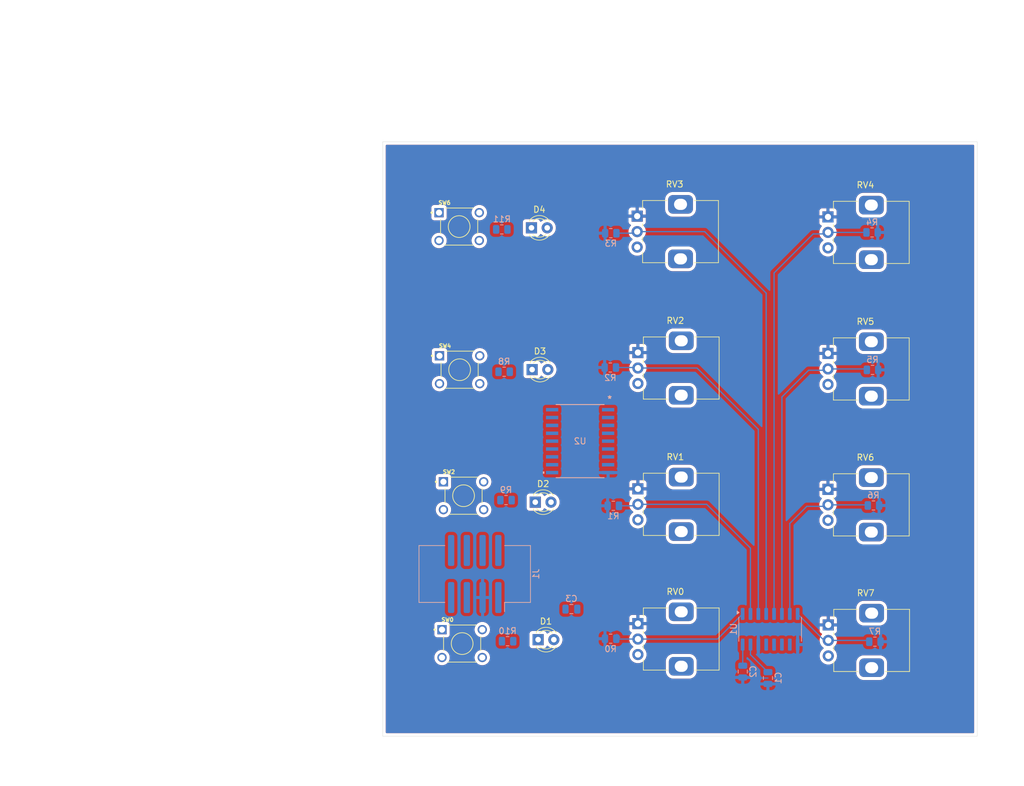
<source format=kicad_pcb>
(kicad_pcb (version 20221018) (generator pcbnew)
  (layers (0 "F.Cu" signal) (31 "B.Cu" signal) (34 "B.Paste" user) (35 "F.Paste" user) (36 "B.SilkS" user "B.Silkscreen") (37 "F.SilkS" user "F.Silkscreen") (38 "B.Mask" user) (39 "F.Mask" user) (44 "Edge.Cuts" user))
  (net 0 "")
  (net 4 "/CH0")
  (net 5 "/CH1")
  (net 6 "/CH2")
  (net 7 "/CH3")
  (net 8 "/CH4")
  (net 9 "/CH5")
  (net 10 "/CH6")
  (net 11 "/CH7")
  (net 12 "/CS0")
  (net 13 "/CLK")
  (net 14 "/GP0")
  (net 15 "/GP2")
  (net 16 "/GP4")
  (net 17 "/GP6")
  (net 19 "/GP1")
  (net 20 "/GP3")
  (net 21 "/GP5")
  (net 22 "/GP7")
  (net 32 "+3V3")
  (net 33 "+5V")
  (net 34 "GND")
  (net 36 "/SI")
  (net 37 "/SO")
  (net 38 "/CS1")
  (footprint "Potentiometer_THT:Potentiometer_Alps_RK09K_Single_Vertical" (layer "F.Cu") (at 171.9532 128.0306)
    (fp_text reference "RV7" (at 6.05 -5.15) (layer "F.SilkS"))
    (fp_text value "R_Potentiometer")
    (fp_line (start 0.88 -2.521) (end 0.88 -1.2) (stroke (width 0.12)) (layer "F.SilkS"))
    (fp_line (start 0.88 -2.521) (end 4.817 -2.521) (stroke (width 0.12)) (layer "F.SilkS"))
    (fp_line (start 0.88 1.25) (end 0.88 1.63) (stroke (width 0.12)) (layer "F.SilkS"))
    (fp_line (start 0.88 3.371) (end 0.88 4.13) (stroke (width 0.12)) (layer "F.SilkS"))
    (fp_line (start 0.88 5.87) (end 0.88 7.52) (stroke (width 0.12)) (layer "F.SilkS"))
    (fp_line (start 0.88 7.52) (end 4.817 7.52) (stroke (width 0.12)) (layer "F.SilkS"))
    (fp_line (start 9.184 -2.521) (end 13.12 -2.521) (stroke (width 0.12)) (layer "F.SilkS"))
    (fp_line (start 9.184 7.52) (end 13.12 7.52) (stroke (width 0.12)) (layer "F.SilkS"))
    (fp_line (start 13.12 -2.521) (end 13.12 7.52) (stroke (width 0.12)) (layer "F.SilkS"))
    (pad "1" thru_hole rect (at 0 0) (size 1.8 1.8) (drill 1) (layers "*.Cu" "*.Mask") (net 34 "GND"))
    (pad "2" thru_hole circle (at 0 2.5) (size 1.8 1.8) (drill 1) (layers "*.Cu" "*.Mask") (net 11 "/CH7"))
    (pad "3" thru_hole circle (at 0 5) (size 1.8 1.8) (drill 1) (layers "*.Cu" "*.Mask") (net 32 "+3V3"))
    (pad "MP" thru_hole roundrect (at 7 -1.9) (size 4 3) (drill oval 2.1 1.8) (layers "*.Cu" "*.Mask"))
    (pad "MP" thru_hole roundrect (at 7 6.9) (size 4 3) (drill oval 2.1 1.8) (layers "*.Cu" "*.Mask"))
  )
  (footprint "Potentiometer_THT:Potentiometer_Alps_RK09K_Single_Vertical" (layer "F.Cu") (at 141.209 106.0538)
    (fp_text reference "RV1" (at 6.05 -5.15) (layer "F.SilkS"))
    (fp_text value "R_Potentiometer")
    (fp_line (start 0.88 -2.521) (end 0.88 -1.2) (stroke (width 0.12)) (layer "F.SilkS"))
    (fp_line (start 0.88 -2.521) (end 4.817 -2.521) (stroke (width 0.12)) (layer "F.SilkS"))
    (fp_line (start 0.88 1.25) (end 0.88 1.63) (stroke (width 0.12)) (layer "F.SilkS"))
    (fp_line (start 0.88 3.371) (end 0.88 4.13) (stroke (width 0.12)) (layer "F.SilkS"))
    (fp_line (start 0.88 5.87) (end 0.88 7.52) (stroke (width 0.12)) (layer "F.SilkS"))
    (fp_line (start 0.88 7.52) (end 4.817 7.52) (stroke (width 0.12)) (layer "F.SilkS"))
    (fp_line (start 9.184 -2.521) (end 13.12 -2.521) (stroke (width 0.12)) (layer "F.SilkS"))
    (fp_line (start 9.184 7.52) (end 13.12 7.52) (stroke (width 0.12)) (layer "F.SilkS"))
    (fp_line (start 13.12 -2.521) (end 13.12 7.52) (stroke (width 0.12)) (layer "F.SilkS"))
    (pad "1" thru_hole rect (at 0 0) (size 1.8 1.8) (drill 1) (layers "*.Cu" "*.Mask") (net 34 "GND"))
    (pad "2" thru_hole circle (at 0 2.5) (size 1.8 1.8) (drill 1) (layers "*.Cu" "*.Mask") (net 5 "/CH1"))
    (pad "3" thru_hole circle (at 0 5) (size 1.8 1.8) (drill 1) (layers "*.Cu" "*.Mask") (net 32 "+3V3"))
    (pad "MP" thru_hole roundrect (at 7 -1.9) (size 4 3) (drill oval 2.1 1.8) (layers "*.Cu" "*.Mask"))
    (pad "MP" thru_hole roundrect (at 7 6.9) (size 4 3) (drill oval 2.1 1.8) (layers "*.Cu" "*.Mask"))
  )
  (footprint "LED_THT:LED_D3.0mm_FlatTop" (layer "F.Cu") (at 124.0232 63.9064)
    (fp_text reference "D4" (at 1.27 -2.96) (layer "F.SilkS"))
    (fp_text value "LED")
    (fp_line (start -0.29 -1.236) (end -0.29 -1.08) (stroke (width 0.12)) (layer "F.SilkS"))
    (fp_line (start -0.29 1.08) (end -0.29 1.236) (stroke (width 0.12)) (layer "F.SilkS"))
    (fp_arc (start -0.29 -1.235516) (mid 1.366487 -1.987659) (end 2.942335 -1.078608) (stroke (width 0.12)) (layer "F.SilkS"))
    (fp_arc (start 0.229039 -1.08) (mid 1.270117 -1.5) (end 2.31113 -1.079837) (stroke (width 0.12)) (layer "F.SilkS"))
    (fp_arc (start 2.31113 1.079837) (mid 1.270117 1.5) (end 0.229039 1.08) (stroke (width 0.12)) (layer "F.SilkS"))
    (fp_arc (start 2.942335 1.078608) (mid 1.366487 1.987659) (end -0.29 1.235516) (stroke (width 0.12)) (layer "F.SilkS"))
    (pad "1" thru_hole rect (at 0 0) (size 1.8 1.8) (drill 0.9) (layers "*.Cu" "*.Mask"))
    (pad "2" thru_hole circle (at 2.54 0) (size 1.8 1.8) (drill 0.9) (layers "*.Cu" "*.Mask"))
  )
  (footprint "Library:SW_1825910-6-4" (layer "F.Cu") (at 112.3442 63.7032)
    (fp_text reference "SW6" (at -2.3627 -3.844398) (layer "F.SilkS") (effects (font (size 0.630643 0.630643))))
    (fp_text value "1825910-6")
    (fp_line (start -2.995 -1.15) (end -2.995 1.15) (stroke (width 0.127)) (layer "F.SilkS"))
    (fp_line (start -2.2 -2.995) (end 2.3 -2.995) (stroke (width 0.127)) (layer "F.SilkS"))
    (fp_line (start 2.3 2.995) (end -2.3 2.995) (stroke (width 0.127)) (layer "F.SilkS"))
    (fp_line (start 3 -1.15) (end 3 1.15) (stroke (width 0.127)) (layer "F.SilkS"))
    (fp_circle (center -4.445 -2.25) (end -4.345 -2.25) (stroke (width 0.2)) (fill none) (layer "F.SilkS"))
    (fp_circle (center 0 0) (end 1.755 0) (stroke (width 0.127)) (fill none) (layer "F.SilkS"))
    (pad "1" thru_hole rect (at -3.25 -2.25) (size 1.498 1.498) (drill 0.99) (layers "*.Cu" "*.Mask") (net 17 "/GP6"))
    (pad "2" thru_hole circle (at 3.25 -2.25) (size 1.498 1.498) (drill 0.99) (layers "*.Cu" "*.Mask"))
    (pad "3" thru_hole circle (at -3.25 2.25) (size 1.498 1.498) (drill 0.99) (layers "*.Cu" "*.Mask") (net 32 "+3V3"))
    (pad "4" thru_hole circle (at 3.25 2.25) (size 1.498 1.498) (drill 0.99) (layers "*.Cu" "*.Mask"))
  )
  (footprint "Potentiometer_THT:Potentiometer_Alps_RK09K_Single_Vertical" (layer "F.Cu") (at 141.209 84.0436)
    (fp_text reference "RV2" (at 6.05 -5.15) (layer "F.SilkS"))
    (fp_text value "R_Potentiometer")
    (fp_line (start 0.88 -2.521) (end 0.88 -1.2) (stroke (width 0.12)) (layer "F.SilkS"))
    (fp_line (start 0.88 -2.521) (end 4.817 -2.521) (stroke (width 0.12)) (layer "F.SilkS"))
    (fp_line (start 0.88 1.25) (end 0.88 1.63) (stroke (width 0.12)) (layer "F.SilkS"))
    (fp_line (start 0.88 3.371) (end 0.88 4.13) (stroke (width 0.12)) (layer "F.SilkS"))
    (fp_line (start 0.88 5.87) (end 0.88 7.52) (stroke (width 0.12)) (layer "F.SilkS"))
    (fp_line (start 0.88 7.52) (end 4.817 7.52) (stroke (width 0.12)) (layer "F.SilkS"))
    (fp_line (start 9.184 -2.521) (end 13.12 -2.521) (stroke (width 0.12)) (layer "F.SilkS"))
    (fp_line (start 9.184 7.52) (end 13.12 7.52) (stroke (width 0.12)) (layer "F.SilkS"))
    (fp_line (start 13.12 -2.521) (end 13.12 7.52) (stroke (width 0.12)) (layer "F.SilkS"))
    (pad "1" thru_hole rect (at 0 0) (size 1.8 1.8) (drill 1) (layers "*.Cu" "*.Mask") (net 34 "GND"))
    (pad "2" thru_hole circle (at 0 2.5) (size 1.8 1.8) (drill 1) (layers "*.Cu" "*.Mask") (net 6 "/CH2"))
    (pad "3" thru_hole circle (at 0 5) (size 1.8 1.8) (drill 1) (layers "*.Cu" "*.Mask") (net 32 "+3V3"))
    (pad "MP" thru_hole roundrect (at 7 -1.9) (size 4 3) (drill oval 2.1 1.8) (layers "*.Cu" "*.Mask"))
    (pad "MP" thru_hole roundrect (at 7 6.9) (size 4 3) (drill oval 2.1 1.8) (layers "*.Cu" "*.Mask"))
  )
  (footprint "Potentiometer_THT:Potentiometer_Alps_RK09K_Single_Vertical" (layer "F.Cu") (at 141.209 127.8078)
    (fp_text reference "RV0" (at 6.05 -5.15) (layer "F.SilkS"))
    (fp_text value "R_Potentiometer")
    (fp_line (start 0.88 -2.521) (end 0.88 -1.2) (stroke (width 0.12)) (layer "F.SilkS"))
    (fp_line (start 0.88 -2.521) (end 4.817 -2.521) (stroke (width 0.12)) (layer "F.SilkS"))
    (fp_line (start 0.88 1.25) (end 0.88 1.63) (stroke (width 0.12)) (layer "F.SilkS"))
    (fp_line (start 0.88 3.371) (end 0.88 4.13) (stroke (width 0.12)) (layer "F.SilkS"))
    (fp_line (start 0.88 5.87) (end 0.88 7.52) (stroke (width 0.12)) (layer "F.SilkS"))
    (fp_line (start 0.88 7.52) (end 4.817 7.52) (stroke (width 0.12)) (layer "F.SilkS"))
    (fp_line (start 9.184 -2.521) (end 13.12 -2.521) (stroke (width 0.12)) (layer "F.SilkS"))
    (fp_line (start 9.184 7.52) (end 13.12 7.52) (stroke (width 0.12)) (layer "F.SilkS"))
    (fp_line (start 13.12 -2.521) (end 13.12 7.52) (stroke (width 0.12)) (layer "F.SilkS"))
    (pad "1" thru_hole rect (at 0 0) (size 1.8 1.8) (drill 1) (layers "*.Cu" "*.Mask") (net 34 "GND"))
    (pad "2" thru_hole circle (at 0 2.5) (size 1.8 1.8) (drill 1) (layers "*.Cu" "*.Mask") (net 4 "/CH0"))
    (pad "3" thru_hole circle (at 0 5) (size 1.8 1.8) (drill 1) (layers "*.Cu" "*.Mask") (net 32 "+3V3"))
    (pad "MP" thru_hole roundrect (at 7 -1.9) (size 4 3) (drill oval 2.1 1.8) (layers "*.Cu" "*.Mask"))
    (pad "MP" thru_hole roundrect (at 7 6.9) (size 4 3) (drill oval 2.1 1.8) (layers "*.Cu" "*.Mask"))
  )
  (footprint "LED_THT:LED_D3.0mm_FlatTop" (layer "F.Cu") (at 125.095 130.4036)
    (fp_text reference "D1" (at 1.27 -2.96) (layer "F.SilkS"))
    (fp_text value "LED")
    (fp_line (start -0.29 -1.236) (end -0.29 -1.08) (stroke (width 0.12)) (layer "F.SilkS"))
    (fp_line (start -0.29 1.08) (end -0.29 1.236) (stroke (width 0.12)) (layer "F.SilkS"))
    (fp_arc (start -0.29 -1.235516) (mid 1.366487 -1.987659) (end 2.942335 -1.078608) (stroke (width 0.12)) (layer "F.SilkS"))
    (fp_arc (start 0.229039 -1.08) (mid 1.270117 -1.5) (end 2.31113 -1.079837) (stroke (width 0.12)) (layer "F.SilkS"))
    (fp_arc (start 2.31113 1.079837) (mid 1.270117 1.5) (end 0.229039 1.08) (stroke (width 0.12)) (layer "F.SilkS"))
    (fp_arc (start 2.942335 1.078608) (mid 1.366487 1.987659) (end -0.29 1.235516) (stroke (width 0.12)) (layer "F.SilkS"))
    (pad "1" thru_hole rect (at 0 0) (size 1.8 1.8) (drill 0.9) (layers "*.Cu" "*.Mask"))
    (pad "2" thru_hole circle (at 2.54 0) (size 1.8 1.8) (drill 0.9) (layers "*.Cu" "*.Mask"))
  )
  (footprint "Potentiometer_THT:Potentiometer_Alps_RK09K_Single_Vertical" (layer "F.Cu") (at 141.0922 62.016)
    (fp_text reference "RV3" (at 6.05 -5.15) (layer "F.SilkS"))
    (fp_text value "R_Potentiometer")
    (fp_line (start 0.88 -2.521) (end 0.88 -1.2) (stroke (width 0.12)) (layer "F.SilkS"))
    (fp_line (start 0.88 -2.521) (end 4.817 -2.521) (stroke (width 0.12)) (layer "F.SilkS"))
    (fp_line (start 0.88 1.25) (end 0.88 1.63) (stroke (width 0.12)) (layer "F.SilkS"))
    (fp_line (start 0.88 3.371) (end 0.88 4.13) (stroke (width 0.12)) (layer "F.SilkS"))
    (fp_line (start 0.88 5.87) (end 0.88 7.52) (stroke (width 0.12)) (layer "F.SilkS"))
    (fp_line (start 0.88 7.52) (end 4.817 7.52) (stroke (width 0.12)) (layer "F.SilkS"))
    (fp_line (start 9.184 -2.521) (end 13.12 -2.521) (stroke (width 0.12)) (layer "F.SilkS"))
    (fp_line (start 9.184 7.52) (end 13.12 7.52) (stroke (width 0.12)) (layer "F.SilkS"))
    (fp_line (start 13.12 -2.521) (end 13.12 7.52) (stroke (width 0.12)) (layer "F.SilkS"))
    (pad "1" thru_hole rect (at 0 0) (size 1.8 1.8) (drill 1) (layers "*.Cu" "*.Mask") (net 34 "GND"))
    (pad "2" thru_hole circle (at 0 2.5) (size 1.8 1.8) (drill 1) (layers "*.Cu" "*.Mask") (net 7 "/CH3"))
    (pad "3" thru_hole circle (at 0 5) (size 1.8 1.8) (drill 1) (layers "*.Cu" "*.Mask") (net 32 "+3V3"))
    (pad "MP" thru_hole roundrect (at 7 -1.9) (size 4 3) (drill oval 2.1 1.8) (layers "*.Cu" "*.Mask"))
    (pad "MP" thru_hole roundrect (at 7 6.9) (size 4 3) (drill oval 2.1 1.8) (layers "*.Cu" "*.Mask"))
  )
  (footprint "Library:SW_1825910-6-4" (layer "F.Cu") (at 112.8268 131.0386)
    (fp_text reference "SW0" (at -2.3627 -3.844398) (layer "F.SilkS") (effects (font (size 0.630643 0.630643))))
    (fp_text value "1825910-6")
    (fp_line (start -2.995 -1.15) (end -2.995 1.15) (stroke (width 0.127)) (layer "F.SilkS"))
    (fp_line (start -2.2 -2.995) (end 2.3 -2.995) (stroke (width 0.127)) (layer "F.SilkS"))
    (fp_line (start 2.3 2.995) (end -2.3 2.995) (stroke (width 0.127)) (layer "F.SilkS"))
    (fp_line (start 3 -1.15) (end 3 1.15) (stroke (width 0.127)) (layer "F.SilkS"))
    (fp_circle (center -4.445 -2.25) (end -4.345 -2.25) (stroke (width 0.2)) (fill none) (layer "F.SilkS"))
    (fp_circle (center 0 0) (end 1.755 0) (stroke (width 0.127)) (fill none) (layer "F.SilkS"))
    (pad "1" thru_hole rect (at -3.25 -2.25) (size 1.498 1.498) (drill 0.99) (layers "*.Cu" "*.Mask") (net 14 "/GP0"))
    (pad "2" thru_hole circle (at 3.25 -2.25) (size 1.498 1.498) (drill 0.99) (layers "*.Cu" "*.Mask"))
    (pad "3" thru_hole circle (at -3.25 2.25) (size 1.498 1.498) (drill 0.99) (layers "*.Cu" "*.Mask") (net 32 "+3V3"))
    (pad "4" thru_hole circle (at 3.25 2.25) (size 1.498 1.498) (drill 0.99) (layers "*.Cu" "*.Mask"))
  )
  (footprint "LED_THT:LED_D3.0mm_FlatTop" (layer "F.Cu") (at 124.1248 86.7918)
    (fp_text reference "D3" (at 1.27 -2.96) (layer "F.SilkS"))
    (fp_text value "LED")
    (fp_line (start -0.29 -1.236) (end -0.29 -1.08) (stroke (width 0.12)) (layer "F.SilkS"))
    (fp_line (start -0.29 1.08) (end -0.29 1.236) (stroke (width 0.12)) (layer "F.SilkS"))
    (fp_arc (start -0.29 -1.235516) (mid 1.366487 -1.987659) (end 2.942335 -1.078608) (stroke (width 0.12)) (layer "F.SilkS"))
    (fp_arc (start 0.229039 -1.08) (mid 1.270117 -1.5) (end 2.31113 -1.079837) (stroke (width 0.12)) (layer "F.SilkS"))
    (fp_arc (start 2.31113 1.079837) (mid 1.270117 1.5) (end 0.229039 1.08) (stroke (width 0.12)) (layer "F.SilkS"))
    (fp_arc (start 2.942335 1.078608) (mid 1.366487 1.987659) (end -0.29 1.235516) (stroke (width 0.12)) (layer "F.SilkS"))
    (pad "1" thru_hole rect (at 0 0) (size 1.8 1.8) (drill 0.9) (layers "*.Cu" "*.Mask"))
    (pad "2" thru_hole circle (at 2.54 0) (size 1.8 1.8) (drill 0.9) (layers "*.Cu" "*.Mask"))
  )
  (footprint "Potentiometer_THT:Potentiometer_Alps_RK09K_Single_Vertical" (layer "F.Cu") (at 171.9024 84.1902)
    (fp_text reference "RV5" (at 6.05 -5.15) (layer "F.SilkS"))
    (fp_text value "R_Potentiometer")
    (fp_line (start 0.88 -2.521) (end 0.88 -1.2) (stroke (width 0.12)) (layer "F.SilkS"))
    (fp_line (start 0.88 -2.521) (end 4.817 -2.521) (stroke (width 0.12)) (layer "F.SilkS"))
    (fp_line (start 0.88 1.25) (end 0.88 1.63) (stroke (width 0.12)) (layer "F.SilkS"))
    (fp_line (start 0.88 3.371) (end 0.88 4.13) (stroke (width 0.12)) (layer "F.SilkS"))
    (fp_line (start 0.88 5.87) (end 0.88 7.52) (stroke (width 0.12)) (layer "F.SilkS"))
    (fp_line (start 0.88 7.52) (end 4.817 7.52) (stroke (width 0.12)) (layer "F.SilkS"))
    (fp_line (start 9.184 -2.521) (end 13.12 -2.521) (stroke (width 0.12)) (layer "F.SilkS"))
    (fp_line (start 9.184 7.52) (end 13.12 7.52) (stroke (width 0.12)) (layer "F.SilkS"))
    (fp_line (start 13.12 -2.521) (end 13.12 7.52) (stroke (width 0.12)) (layer "F.SilkS"))
    (pad "1" thru_hole rect (at 0 0) (size 1.8 1.8) (drill 1) (layers "*.Cu" "*.Mask") (net 34 "GND"))
    (pad "2" thru_hole circle (at 0 2.5) (size 1.8 1.8) (drill 1) (layers "*.Cu" "*.Mask") (net 9 "/CH5"))
    (pad "3" thru_hole circle (at 0 5) (size 1.8 1.8) (drill 1) (layers "*.Cu" "*.Mask") (net 32 "+3V3"))
    (pad "MP" thru_hole roundrect (at 7 -1.9) (size 4 3) (drill oval 2.1 1.8) (layers "*.Cu" "*.Mask"))
    (pad "MP" thru_hole roundrect (at 7 6.9) (size 4 3) (drill oval 2.1 1.8) (layers "*.Cu" "*.Mask"))
  )
  (footprint "LED_THT:LED_D3.0mm_FlatTop" (layer "F.Cu") (at 124.6378 108.204)
    (fp_text reference "D2" (at 1.27 -2.96) (layer "F.SilkS"))
    (fp_text value "LED")
    (fp_line (start -0.29 -1.236) (end -0.29 -1.08) (stroke (width 0.12)) (layer "F.SilkS"))
    (fp_line (start -0.29 1.08) (end -0.29 1.236) (stroke (width 0.12)) (layer "F.SilkS"))
    (fp_arc (start -0.29 -1.235516) (mid 1.366487 -1.987659) (end 2.942335 -1.078608) (stroke (width 0.12)) (layer "F.SilkS"))
    (fp_arc (start 0.229039 -1.08) (mid 1.270117 -1.5) (end 2.31113 -1.079837) (stroke (width 0.12)) (layer "F.SilkS"))
    (fp_arc (start 2.31113 1.079837) (mid 1.270117 1.5) (end 0.229039 1.08) (stroke (width 0.12)) (layer "F.SilkS"))
    (fp_arc (start 2.942335 1.078608) (mid 1.366487 1.987659) (end -0.29 1.235516) (stroke (width 0.12)) (layer "F.SilkS"))
    (pad "1" thru_hole rect (at 0 0) (size 1.8 1.8) (drill 0.9) (layers "*.Cu" "*.Mask"))
    (pad "2" thru_hole circle (at 2.54 0) (size 1.8 1.8) (drill 0.9) (layers "*.Cu" "*.Mask"))
  )
  (footprint "Library:SW_1825910-6-4" (layer "F.Cu") (at 112.4204 86.8172)
    (fp_text reference "SW4" (at -2.3627 -3.844398) (layer "F.SilkS") (effects (font (size 0.630643 0.630643))))
    (fp_text value "1825910-6")
    (fp_line (start -2.995 -1.15) (end -2.995 1.15) (stroke (width 0.127)) (layer "F.SilkS"))
    (fp_line (start -2.2 -2.995) (end 2.3 -2.995) (stroke (width 0.127)) (layer "F.SilkS"))
    (fp_line (start 2.3 2.995) (end -2.3 2.995) (stroke (width 0.127)) (layer "F.SilkS"))
    (fp_line (start 3 -1.15) (end 3 1.15) (stroke (width 0.127)) (layer "F.SilkS"))
    (fp_circle (center -4.445 -2.25) (end -4.345 -2.25) (stroke (width 0.2)) (fill none) (layer "F.SilkS"))
    (fp_circle (center 0 0) (end 1.755 0) (stroke (width 0.127)) (fill none) (layer "F.SilkS"))
    (pad "1" thru_hole rect (at -3.25 -2.25) (size 1.498 1.498) (drill 0.99) (layers "*.Cu" "*.Mask") (net 16 "/GP4"))
    (pad "2" thru_hole circle (at 3.25 -2.25) (size 1.498 1.498) (drill 0.99) (layers "*.Cu" "*.Mask"))
    (pad "3" thru_hole circle (at -3.25 2.25) (size 1.498 1.498) (drill 0.99) (layers "*.Cu" "*.Mask") (net 32 "+3V3"))
    (pad "4" thru_hole circle (at 3.25 2.25) (size 1.498 1.498) (drill 0.99) (layers "*.Cu" "*.Mask"))
  )
  (footprint "Library:SW_1825910-6-4" (layer "F.Cu") (at 113.0554 107.1626)
    (fp_text reference "SW2" (at -2.3627 -3.844398) (layer "F.SilkS") (effects (font (size 0.630643 0.630643))))
    (fp_text value "1825910-6")
    (fp_line (start -2.995 -1.15) (end -2.995 1.15) (stroke (width 0.127)) (layer "F.SilkS"))
    (fp_line (start -2.2 -2.995) (end 2.3 -2.995) (stroke (width 0.127)) (layer "F.SilkS"))
    (fp_line (start 2.3 2.995) (end -2.3 2.995) (stroke (width 0.127)) (layer "F.SilkS"))
    (fp_line (start 3 -1.15) (end 3 1.15) (stroke (width 0.127)) (layer "F.SilkS"))
    (fp_circle (center -4.445 -2.25) (end -4.345 -2.25) (stroke (width 0.2)) (fill none) (layer "F.SilkS"))
    (fp_circle (center 0 0) (end 1.755 0) (stroke (width 0.127)) (fill none) (layer "F.SilkS"))
    (pad "1" thru_hole rect (at -3.25 -2.25) (size 1.498 1.498) (drill 0.99) (layers "*.Cu" "*.Mask") (net 15 "/GP2"))
    (pad "2" thru_hole circle (at 3.25 -2.25) (size 1.498 1.498) (drill 0.99) (layers "*.Cu" "*.Mask"))
    (pad "3" thru_hole circle (at -3.25 2.25) (size 1.498 1.498) (drill 0.99) (layers "*.Cu" "*.Mask") (net 32 "+3V3"))
    (pad "4" thru_hole circle (at 3.25 2.25) (size 1.498 1.498) (drill 0.99) (layers "*.Cu" "*.Mask"))
  )
  (footprint "Potentiometer_THT:Potentiometer_Alps_RK09K_Single_Vertical" (layer "F.Cu") (at 171.9024 106.1358)
    (fp_text reference "RV6" (at 6.05 -5.15) (layer "F.SilkS"))
    (fp_text value "R_Potentiometer")
    (fp_line (start 0.88 -2.521) (end 0.88 -1.2) (stroke (width 0.12)) (layer "F.SilkS"))
    (fp_line (start 0.88 -2.521) (end 4.817 -2.521) (stroke (width 0.12)) (layer "F.SilkS"))
    (fp_line (start 0.88 1.25) (end 0.88 1.63) (stroke (width 0.12)) (layer "F.SilkS"))
    (fp_line (start 0.88 3.371) (end 0.88 4.13) (stroke (width 0.12)) (layer "F.SilkS"))
    (fp_line (start 0.88 5.87) (end 0.88 7.52) (stroke (width 0.12)) (layer "F.SilkS"))
    (fp_line (start 0.88 7.52) (end 4.817 7.52) (stroke (width 0.12)) (layer "F.SilkS"))
    (fp_line (start 9.184 -2.521) (end 13.12 -2.521) (stroke (width 0.12)) (layer "F.SilkS"))
    (fp_line (start 9.184 7.52) (end 13.12 7.52) (stroke (width 0.12)) (layer "F.SilkS"))
    (fp_line (start 13.12 -2.521) (end 13.12 7.52) (stroke (width 0.12)) (layer "F.SilkS"))
    (pad "1" thru_hole rect (at 0 0) (size 1.8 1.8) (drill 1) (layers "*.Cu" "*.Mask") (net 34 "GND"))
    (pad "2" thru_hole circle (at 0 2.5) (size 1.8 1.8) (drill 1) (layers "*.Cu" "*.Mask") (net 10 "/CH6"))
    (pad "3" thru_hole circle (at 0 5) (size 1.8 1.8) (drill 1) (layers "*.Cu" "*.Mask") (net 32 "+3V3"))
    (pad "MP" thru_hole roundrect (at 7 -1.9) (size 4 3) (drill oval 2.1 1.8) (layers "*.Cu" "*.Mask"))
    (pad "MP" thru_hole roundrect (at 7 6.9) (size 4 3) (drill oval 2.1 1.8) (layers "*.Cu" "*.Mask"))
  )
  (footprint "Potentiometer_THT:Potentiometer_Alps_RK09K_Single_Vertical" (layer "F.Cu") (at 171.9024 62.143)
    (fp_text reference "RV4" (at 6.05 -5.15) (layer "F.SilkS"))
    (fp_text value "R_Potentiometer")
    (fp_line (start 0.88 -2.521) (end 0.88 -1.2) (stroke (width 0.12)) (layer "F.SilkS"))
    (fp_line (start 0.88 -2.521) (end 4.817 -2.521) (stroke (width 0.12)) (layer "F.SilkS"))
    (fp_line (start 0.88 1.25) (end 0.88 1.63) (stroke (width 0.12)) (layer "F.SilkS"))
    (fp_line (start 0.88 3.371) (end 0.88 4.13) (stroke (width 0.12)) (layer "F.SilkS"))
    (fp_line (start 0.88 5.87) (end 0.88 7.52) (stroke (width 0.12)) (layer "F.SilkS"))
    (fp_line (start 0.88 7.52) (end 4.817 7.52) (stroke (width 0.12)) (layer "F.SilkS"))
    (fp_line (start 9.184 -2.521) (end 13.12 -2.521) (stroke (width 0.12)) (layer "F.SilkS"))
    (fp_line (start 9.184 7.52) (end 13.12 7.52) (stroke (width 0.12)) (layer "F.SilkS"))
    (fp_line (start 13.12 -2.521) (end 13.12 7.52) (stroke (width 0.12)) (layer "F.SilkS"))
    (pad "1" thru_hole rect (at 0 0) (size 1.8 1.8) (drill 1) (layers "*.Cu" "*.Mask") (net 34 "GND"))
    (pad "2" thru_hole circle (at 0 2.5) (size 1.8 1.8) (drill 1) (layers "*.Cu" "*.Mask") (net 8 "/CH4"))
    (pad "3" thru_hole circle (at 0 5) (size 1.8 1.8) (drill 1) (layers "*.Cu" "*.Mask") (net 32 "+3V3"))
    (pad "MP" thru_hole roundrect (at 7 -1.9) (size 4 3) (drill oval 2.1 1.8) (layers "*.Cu" "*.Mask"))
    (pad "MP" thru_hole roundrect (at 7 6.9) (size 4 3) (drill oval 2.1 1.8) (layers "*.Cu" "*.Mask"))
  )
  (footprint "Resistor_SMD:R_0805_2012Metric" (layer "B.Cu") (at 137.2381 108.7882)
    (fp_text reference "R1" (at 0 1.65) (layer "B.SilkS") (effects (justify mirror)))
    (fp_text value "100K")
    (fp_line (start -0.227064 -0.735) (end 0.227064 -0.735) (stroke (width 0.12)) (layer "B.SilkS"))
    (fp_line (start -0.227064 0.735) (end 0.227064 0.735) (stroke (width 0.12)) (layer "B.SilkS"))
    (pad "1" smd roundrect (at -0.9125 0) (size 1.025 1.4) (layers "B.Cu" "B.Paste" "B.Mask") (roundrect_rratio 0.243902) (net 34 "GND"))
    (pad "2" smd roundrect (at 0.9125 0) (size 1.025 1.4) (layers "B.Cu" "B.Paste" "B.Mask") (roundrect_rratio 0.243902) (net 5 "/CH1"))
  )
  (footprint "Resistor_SMD:R_0805_2012Metric" (layer "B.Cu") (at 119.6105 87.1474 180)
    (fp_text reference "R8" (at 0 1.65) (layer "B.SilkS") (effects (justify mirror)))
    (fp_text value "R")
    (fp_line (start -0.227064 -0.735) (end 0.227064 -0.735) (stroke (width 0.12)) (layer "B.SilkS"))
    (fp_line (start -0.227064 0.735) (end 0.227064 0.735) (stroke (width 0.12)) (layer "B.SilkS"))
    (pad "1" smd roundrect (at -0.9125 0 180) (size 1.025 1.4) (layers "B.Cu" "B.Paste" "B.Mask") (roundrect_rratio 0.243902))
    (pad "2" smd roundrect (at 0.9125 0 180) (size 1.025 1.4) (layers "B.Cu" "B.Paste" "B.Mask") (roundrect_rratio 0.243902))
  )
  (footprint "Connector_IDC:IDC-Header_2x04_P2.54mm_Vertical_SMD" (layer "B.Cu") (at 114.8588 119.8018 90)
    (fp_text reference "J1" (at 0 9.89 90) (layer "B.SilkS") (effects (justify mirror)))
    (fp_text value "Conn_02x04_Top_Bottom")
    (fp_line (start -4.585 -9) (end 4.585 -9) (stroke (width 0.12)) (layer "B.SilkS"))
    (fp_line (start -4.585 -4.82) (end -4.585 -9) (stroke (width 0.12)) (layer "B.SilkS"))
    (fp_line (start -4.585 4.82) (end -6.085 4.82) (stroke (width 0.12)) (layer "B.SilkS"))
    (fp_line (start -4.585 4.82) (end -4.585 9) (stroke (width 0.12)) (layer "B.SilkS"))
    (fp_line (start -4.585 9) (end 4.585 9) (stroke (width 0.12)) (layer "B.SilkS"))
    (fp_line (start 4.585 -9) (end 4.585 -4.82) (stroke (width 0.12)) (layer "B.SilkS"))
    (fp_line (start 4.585 9) (end 4.585 4.82) (stroke (width 0.12)) (layer "B.SilkS"))
    (pad "1" smd roundrect (at -3.8 3.81 90) (size 5 1.02) (layers "B.Cu" "B.Paste" "B.Mask") (net 32 "+3V3"))
    (pad "2" smd roundrect (at 3.8 3.81 90) (size 5 1.02) (layers "B.Cu" "B.Paste" "B.Mask") (net 33 "+5V"))
    (pad "3" smd roundrect (at -3.8 1.27 90) (size 5 1.02) (layers "B.Cu" "B.Paste" "B.Mask") (net 34 "GND"))
    (pad "4" smd roundrect (at 3.8 1.27 90) (size 5 1.02) (layers "B.Cu" "B.Paste" "B.Mask") (net 38 "/CS1"))
    (pad "5" smd roundrect (at -3.8 -1.27 90) (size 5 1.02) (layers "B.Cu" "B.Paste" "B.Mask") (net 13 "/CLK"))
    (pad "6" smd roundrect (at 3.8 -1.27 90) (size 5 1.02) (layers "B.Cu" "B.Paste" "B.Mask") (net 37 "/SO"))
    (pad "7" smd roundrect (at -3.8 -3.81 90) (size 5 1.02) (layers "B.Cu" "B.Paste" "B.Mask") (net 36 "/SI"))
    (pad "8" smd roundrect (at 3.8 -3.81 90) (size 5 1.02) (layers "B.Cu" "B.Paste" "B.Mask") (net 12 "/CS0"))
  )
  (footprint "Resistor_SMD:R_0805_2012Metric" (layer "B.Cu") (at 179.2459 108.7374 180)
    (fp_text reference "R6" (at 0 1.65) (layer "B.SilkS") (effects (justify mirror)))
    (fp_text value "100K")
    (fp_line (start -0.227064 -0.735) (end 0.227064 -0.735) (stroke (width 0.12)) (layer "B.SilkS"))
    (fp_line (start -0.227064 0.735) (end 0.227064 0.735) (stroke (width 0.12)) (layer "B.SilkS"))
    (pad "1" smd roundrect (at -0.9125 0 180) (size 1.025 1.4) (layers "B.Cu" "B.Paste" "B.Mask") (roundrect_rratio 0.243902) (net 34 "GND"))
    (pad "2" smd roundrect (at 0.9125 0 180) (size 1.025 1.4) (layers "B.Cu" "B.Paste" "B.Mask") (roundrect_rratio 0.243902) (net 10 "/CH6"))
  )
  (footprint "Resistor_SMD:R_0805_2012Metric" (layer "B.Cu") (at 179.0954 86.8426 180)
    (fp_text reference "R5" (at 0 1.65) (layer "B.SilkS") (effects (justify mirror)))
    (fp_text value "100K")
    (fp_line (start -0.227064 -0.735) (end 0.227064 -0.735) (stroke (width 0.12)) (layer "B.SilkS"))
    (fp_line (start -0.227064 0.735) (end 0.227064 0.735) (stroke (width 0.12)) (layer "B.SilkS"))
    (pad "1" smd roundrect (at -0.9125 0 180) (size 1.025 1.4) (layers "B.Cu" "B.Paste" "B.Mask") (roundrect_rratio 0.243902) (net 34 "GND"))
    (pad "2" smd roundrect (at 0.9125 0 180) (size 1.025 1.4) (layers "B.Cu" "B.Paste" "B.Mask") (roundrect_rratio 0.243902) (net 9 "/CH5"))
  )
  (footprint "Resistor_SMD:R_0805_2012Metric" (layer "B.Cu") (at 119.9134 107.8738 180)
    (fp_text reference "R9" (at 0 1.65) (layer "B.SilkS") (effects (justify mirror)))
    (fp_text value "R")
    (fp_line (start -0.227064 -0.735) (end 0.227064 -0.735) (stroke (width 0.12)) (layer "B.SilkS"))
    (fp_line (start -0.227064 0.735) (end 0.227064 0.735) (stroke (width 0.12)) (layer "B.SilkS"))
    (pad "1" smd roundrect (at -0.9125 0 180) (size 1.025 1.4) (layers "B.Cu" "B.Paste" "B.Mask") (roundrect_rratio 0.243902))
    (pad "2" smd roundrect (at 0.9125 0 180) (size 1.025 1.4) (layers "B.Cu" "B.Paste" "B.Mask") (roundrect_rratio 0.243902))
  )
  (footprint "Resistor_SMD:R_0805_2012Metric" (layer "B.Cu") (at 179.4783 130.7338 180)
    (fp_text reference "R7" (at 0 1.65) (layer "B.SilkS") (effects (justify mirror)))
    (fp_text value "100K")
    (fp_line (start -0.227064 -0.735) (end 0.227064 -0.735) (stroke (width 0.12)) (layer "B.SilkS"))
    (fp_line (start -0.227064 0.735) (end 0.227064 0.735) (stroke (width 0.12)) (layer "B.SilkS"))
    (pad "1" smd roundrect (at -0.9125 0 180) (size 1.025 1.4) (layers "B.Cu" "B.Paste" "B.Mask") (roundrect_rratio 0.243902) (net 34 "GND"))
    (pad "2" smd roundrect (at 0.9125 0 180) (size 1.025 1.4) (layers "B.Cu" "B.Paste" "B.Mask") (roundrect_rratio 0.243902) (net 11 "/CH7"))
  )
  (footprint "Resistor_SMD:R_0805_2012Metric" (layer "B.Cu") (at 179.0211 64.643 180)
    (fp_text reference "R4" (at 0 1.65) (layer "B.SilkS") (effects (justify mirror)))
    (fp_text value "100K")
    (fp_line (start -0.227064 -0.735) (end 0.227064 -0.735) (stroke (width 0.12)) (layer "B.SilkS"))
    (fp_line (start -0.227064 0.735) (end 0.227064 0.735) (stroke (width 0.12)) (layer "B.SilkS"))
    (pad "1" smd roundrect (at -0.9125 0 180) (size 1.025 1.4) (layers "B.Cu" "B.Paste" "B.Mask") (roundrect_rratio 0.243902) (net 34 "GND"))
    (pad "2" smd roundrect (at 0.9125 0 180) (size 1.025 1.4) (layers "B.Cu" "B.Paste" "B.Mask") (roundrect_rratio 0.243902) (net 8 "/CH4"))
  )
  (footprint "Resistor_SMD:R_0805_2012Metric" (layer "B.Cu") (at 120.1674 130.6576 180)
    (fp_text reference "R10" (at 0 1.65) (layer "B.SilkS") (effects (justify mirror)))
    (fp_text value "R")
    (fp_line (start -0.227064 -0.735) (end 0.227064 -0.735) (stroke (width 0.12)) (layer "B.SilkS"))
    (fp_line (start -0.227064 0.735) (end 0.227064 0.735) (stroke (width 0.12)) (layer "B.SilkS"))
    (pad "1" smd roundrect (at -0.9125 0 180) (size 1.025 1.4) (layers "B.Cu" "B.Paste" "B.Mask") (roundrect_rratio 0.243902))
    (pad "2" smd roundrect (at 0.9125 0 180) (size 1.025 1.4) (layers "B.Cu" "B.Paste" "B.Mask") (roundrect_rratio 0.243902))
  )
  (footprint "Package_SO:SOIC-16_3.9x9.9mm_P1.27mm" (layer "B.Cu") (at 162.56 128.7272 -90)
    (fp_text reference "U1" (at 0 5.9 90) (layer "B.SilkS") (effects (justify mirror)))
    (fp_text value "MCP3008")
    (fp_line (start 0 -5.06) (end -1.95 -5.06) (stroke (width 0.12)) (layer "B.SilkS"))
    (fp_line (start 0 -5.06) (end 1.95 -5.06) (stroke (width 0.12)) (layer "B.SilkS"))
    (fp_line (start 0 5.06) (end -1.95 5.06) (stroke (width 0.12)) (layer "B.SilkS"))
    (fp_line (start 0 5.06) (end 1.95 5.06) (stroke (width 0.12)) (layer "B.SilkS"))
    (fp_poly (pts (xy -2.7 5.005) (xy -2.94 5.335) (xy -2.46 5.335) (xy -2.7 5.005)) (stroke (width 0.12)) (fill solid) (layer "B.SilkS"))
    (pad "1" smd roundrect (at -2.475 4.445 270) (size 1.95 0.6) (layers "B.Cu" "B.Paste" "B.Mask") (net 4 "/CH0"))
    (pad "2" smd roundrect (at -2.475 3.175 270) (size 1.95 0.6) (layers "B.Cu" "B.Paste" "B.Mask") (net 5 "/CH1"))
    (pad "3" smd roundrect (at -2.475 1.905 270) (size 1.95 0.6) (layers "B.Cu" "B.Paste" "B.Mask") (net 6 "/CH2"))
    (pad "4" smd roundrect (at -2.475 0.635 270) (size 1.95 0.6) (layers "B.Cu" "B.Paste" "B.Mask") (net 7 "/CH3"))
    (pad "5" smd roundrect (at -2.475 -0.635 270) (size 1.95 0.6) (layers "B.Cu" "B.Paste" "B.Mask") (net 8 "/CH4"))
    (pad "6" smd roundrect (at -2.475 -1.905 270) (size 1.95 0.6) (layers "B.Cu" "B.Paste" "B.Mask") (net 9 "/CH5"))
    (pad "7" smd roundrect (at -2.475 -3.175 270) (size 1.95 0.6) (layers "B.Cu" "B.Paste" "B.Mask") (net 10 "/CH6"))
    (pad "8" smd roundrect (at -2.475 -4.445 270) (size 1.95 0.6) (layers "B.Cu" "B.Paste" "B.Mask") (net 11 "/CH7"))
    (pad "9" smd roundrect (at 2.475 -4.445 270) (size 1.95 0.6) (layers "B.Cu" "B.Paste" "B.Mask") (net 34 "GND"))
    (pad "10" smd roundrect (at 2.475 -3.175 270) (size 1.95 0.6) (layers "B.Cu" "B.Paste" "B.Mask") (net 12 "/CS0"))
    (pad "11" smd roundrect (at 2.475 -1.905 270) (size 1.95 0.6) (layers "B.Cu" "B.Paste" "B.Mask") (net 36 "/SI"))
    (pad "12" smd roundrect (at 2.475 -0.635 270) (size 1.95 0.6) (layers "B.Cu" "B.Paste" "B.Mask") (net 37 "/SO"))
    (pad "13" smd roundrect (at 2.475 0.635 270) (size 1.95 0.6) (layers "B.Cu" "B.Paste" "B.Mask") (net 13 "/CLK"))
    (pad "14" smd roundrect (at 2.475 1.905 270) (size 1.95 0.6) (layers "B.Cu" "B.Paste" "B.Mask") (net 34 "GND"))
    (pad "15" smd roundrect (at 2.475 3.175 270) (size 1.95 0.6) (layers "B.Cu" "B.Paste" "B.Mask") (net 32 "+3V3"))
    (pad "16" smd roundrect (at 2.475 4.445 270) (size 1.95 0.6) (layers "B.Cu" "B.Paste" "B.Mask") (net 33 "+5V"))
  )
  (footprint "Capacitor_SMD:C_0805_2012Metric" (layer "B.Cu") (at 162.2044 136.6012 90)
    (fp_text reference "C1" (at 0 1.68 90) (layer "B.SilkS") (effects (justify mirror)))
    (fp_text value "100nf")
    (fp_line (start -0.261252 -0.735) (end 0.261252 -0.735) (stroke (width 0.12)) (layer "B.SilkS"))
    (fp_line (start -0.261252 0.735) (end 0.261252 0.735) (stroke (width 0.12)) (layer "B.SilkS"))
    (pad "1" smd roundrect (at -0.95 0 90) (size 1 1.45) (layers "B.Cu" "B.Paste" "B.Mask") (net 34 "GND"))
    (pad "2" smd roundrect (at 0.95 0 90) (size 1 1.45) (layers "B.Cu" "B.Paste" "B.Mask") (net 32 "+3V3"))
  )
  (footprint "Resistor_SMD:R_0805_2012Metric" (layer "B.Cu") (at 136.8317 64.77)
    (fp_text reference "R3" (at 0 1.65) (layer "B.SilkS") (effects (justify mirror)))
    (fp_text value "100K")
    (fp_line (start -0.227064 -0.735) (end 0.227064 -0.735) (stroke (width 0.12)) (layer "B.SilkS"))
    (fp_line (start -0.227064 0.735) (end 0.227064 0.735) (stroke (width 0.12)) (layer "B.SilkS"))
    (pad "1" smd roundrect (at -0.9125 0) (size 1.025 1.4) (layers "B.Cu" "B.Paste" "B.Mask") (roundrect_rratio 0.243902) (net 34 "GND"))
    (pad "2" smd roundrect (at 0.9125 0) (size 1.025 1.4) (layers "B.Cu" "B.Paste" "B.Mask") (roundrect_rratio 0.243902) (net 7 "/CH3"))
  )
  (footprint "Resistor_SMD:R_0805_2012Metric" (layer "B.Cu") (at 119.2295 64.1604 180)
    (fp_text reference "R11" (at 0 1.65) (layer "B.SilkS") (effects (justify mirror)))
    (fp_text value "R")
    (fp_line (start -0.227064 -0.735) (end 0.227064 -0.735) (stroke (width 0.12)) (layer "B.SilkS"))
    (fp_line (start -0.227064 0.735) (end 0.227064 0.735) (stroke (width 0.12)) (layer "B.SilkS"))
    (pad "1" smd roundrect (at -0.9125 0 180) (size 1.025 1.4) (layers "B.Cu" "B.Paste" "B.Mask") (roundrect_rratio 0.243902))
    (pad "2" smd roundrect (at 0.9125 0 180) (size 1.025 1.4) (layers "B.Cu" "B.Paste" "B.Mask") (roundrect_rratio 0.243902))
  )
  (footprint "Resistor_SMD:R_0805_2012Metric" (layer "B.Cu") (at 136.7536 86.4616)
    (fp_text reference "R2" (at 0 1.65) (layer "B.SilkS") (effects (justify mirror)))
    (fp_text value "100K")
    (fp_line (start -0.227064 -0.735) (end 0.227064 -0.735) (stroke (width 0.12)) (layer "B.SilkS"))
    (fp_line (start -0.227064 0.735) (end 0.227064 0.735) (stroke (width 0.12)) (layer "B.SilkS"))
    (pad "1" smd roundrect (at -0.9125 0) (size 1.025 1.4) (layers "B.Cu" "B.Paste" "B.Mask") (roundrect_rratio 0.243902) (net 34 "GND"))
    (pad "2" smd roundrect (at 0.9125 0) (size 1.025 1.4) (layers "B.Cu" "B.Paste" "B.Mask") (roundrect_rratio 0.243902) (net 6 "/CH2"))
  )
  (footprint "Library:SOIC18-W_MC_MCH" (layer "B.Cu") (at 131.8768 98.3488 180)
    (fp_text reference "U2" (at 0 0 unlocked) (layer "B.SilkS") (effects (justify mirror)))
    (fp_text value "MCP23S08T-E/SO")
    (fp_text user "*" (at -4.7752 6.7818) (layer "B.SilkS") (effects (justify mirror)))
    (fp_text user "*" (at -4.7752 6.7818 unlocked) (layer "B.SilkS") (effects (justify mirror)))
    (fp_line (start -3.8735 -5.9055) (end 3.8735 -5.9055) (stroke (width 0.1524)) (layer "B.SilkS"))
    (fp_line (start 3.8735 5.9055) (end -3.8735 5.9055) (stroke (width 0.1524)) (layer "B.SilkS"))
    (fp_poly (pts (xy 6.0198 -4.8895) (xy 6.0198 -5.2705) (xy 5.7658 -5.2705) (xy 5.7658 -4.8895)) (fill solid) (layer "B.SilkS"))
    (pad "1" smd rect (at -4.5212 5.08 180) (size 1.9812 0.5588) (layers "B.Cu" "B.Paste" "B.Mask") (net 13 "/CLK"))
    (pad "2" smd rect (at -4.5212 3.81 180) (size 1.9812 0.5588) (layers "B.Cu" "B.Paste" "B.Mask") (net 36 "/SI"))
    (pad "3" smd rect (at -4.5212 2.54 180) (size 1.9812 0.5588) (layers "B.Cu" "B.Paste" "B.Mask") (net 37 "/SO"))
    (pad "4" smd rect (at -4.5212 1.27 180) (size 1.9812 0.5588) (layers "B.Cu" "B.Paste" "B.Mask"))
    (pad "5" smd rect (at -4.5212 0 180) (size 1.9812 0.5588) (layers "B.Cu" "B.Paste" "B.Mask"))
    (pad "6" smd rect (at -4.5212 -1.27 180) (size 1.9812 0.5588) (layers "B.Cu" "B.Paste" "B.Mask"))
    (pad "7" smd rect (at -4.5212 -2.54 180) (size 1.9812 0.5588) (layers "B.Cu" "B.Paste" "B.Mask") (net 38 "/CS1"))
    (pad "8" smd rect (at -4.5212 -3.81 180) (size 1.9812 0.5588) (layers "B.Cu" "B.Paste" "B.Mask"))
    (pad "9" smd rect (at -4.5212 -5.08 180) (size 1.9812 0.5588) (layers "B.Cu" "B.Paste" "B.Mask") (net 34 "GND"))
    (pad "10" smd rect (at 4.5212 -5.08 180) (size 1.9812 0.5588) (layers "B.Cu" "B.Paste" "B.Mask") (net 14 "/GP0"))
    (pad "11" smd rect (at 4.5212 -3.81 180) (size 1.9812 0.5588) (layers "B.Cu" "B.Paste" "B.Mask") (net 19 "/GP1"))
    (pad "12" smd rect (at 4.5212 -2.54 180) (size 1.9812 0.5588) (layers "B.Cu" "B.Paste" "B.Mask") (net 15 "/GP2"))
    (pad "13" smd rect (at 4.5212 -1.27 180) (size 1.9812 0.5588) (layers "B.Cu" "B.Paste" "B.Mask") (net 20 "/GP3"))
    (pad "14" smd rect (at 4.5212 0 180) (size 1.9812 0.5588) (layers "B.Cu" "B.Paste" "B.Mask") (net 16 "/GP4"))
    (pad "15" smd rect (at 4.5212 1.27 180) (size 1.9812 0.5588) (layers "B.Cu" "B.Paste" "B.Mask") (net 21 "/GP5"))
    (pad "16" smd rect (at 4.5212 2.54 180) (size 1.9812 0.5588) (layers "B.Cu" "B.Paste" "B.Mask") (net 17 "/GP6"))
    (pad "17" smd rect (at 4.5212 3.81 180) (size 1.9812 0.5588) (layers "B.Cu" "B.Paste" "B.Mask") (net 22 "/GP7"))
    (pad "18" smd rect (at 4.5212 5.08 180) (size 1.9812 0.5588) (layers "B.Cu" "B.Paste" "B.Mask") (net 33 "+5V"))
  )
  (footprint "Capacitor_SMD:C_0805_2012Metric" (layer "B.Cu") (at 158.138976 135.5598 90)
    (fp_text reference "C2" (at 0 1.68 90) (layer "B.SilkS") (effects (justify mirror)))
    (fp_text value "100nf")
    (fp_line (start -0.261252 -0.735) (end 0.261252 -0.735) (stroke (width 0.12)) (layer "B.SilkS"))
    (fp_line (start -0.261252 0.735) (end 0.261252 0.735) (stroke (width 0.12)) (layer "B.SilkS"))
    (pad "1" smd roundrect (at -0.95 0 90) (size 1 1.45) (layers "B.Cu" "B.Paste" "B.Mask") (net 34 "GND"))
    (pad "2" smd roundrect (at 0.95 0 90) (size 1 1.45) (layers "B.Cu" "B.Paste" "B.Mask") (net 33 "+5V"))
  )
  (footprint "Resistor_SMD:R_0805_2012Metric" (layer "B.Cu") (at 136.8044 130.2512)
    (fp_text reference "R0" (at 0 1.65) (layer "B.SilkS") (effects (justify mirror)))
    (fp_text value "100K")
    (fp_line (start -0.227064 -0.735) (end 0.227064 -0.735) (stroke (width 0.12)) (layer "B.SilkS"))
    (fp_line (start -0.227064 0.735) (end 0.227064 0.735) (stroke (width 0.12)) (layer "B.SilkS"))
    (pad "1" smd roundrect (at -0.9125 0) (size 1.025 1.4) (layers "B.Cu" "B.Paste" "B.Mask") (roundrect_rratio 0.243902) (net 34 "GND"))
    (pad "2" smd roundrect (at 0.9125 0) (size 1.025 1.4) (layers "B.Cu" "B.Paste" "B.Mask") (roundrect_rratio 0.243902) (net 4 "/CH0"))
  )
  (footprint "Capacitor_SMD:C_0805_2012Metric" (layer "B.Cu") (at 130.4696 125.476 180)
    (fp_text reference "C3" (at 0 1.68) (layer "B.SilkS") (effects (justify mirror)))
    (fp_text value "100nf")
    (fp_line (start -0.261252 -0.735) (end 0.261252 -0.735) (stroke (width 0.12)) (layer "B.SilkS"))
    (fp_line (start -0.261252 0.735) (end 0.261252 0.735) (stroke (width 0.12)) (layer "B.SilkS"))
    (pad "1" smd roundrect (at -0.95 0 180) (size 1 1.45) (layers "B.Cu" "B.Paste" "B.Mask"))
    (pad "2" smd roundrect (at 0.95 0 180) (size 1 1.45) (layers "B.Cu" "B.Paste" "B.Mask"))
  )
  (gr_rect (start 100 50) (end 196 146) (stroke (width 0.05)) (fill none) (layer "Edge.Cuts"))
  (segment (start 141.002715 130.702) (end 141.209 130.702) (width 0.2) (layer "B.Cu") (net 4))
  (segment (start 140.653515 130.3528) (end 141.002715 130.702) (width 0.2) (layer "B.Cu") (net 4))
  (segment (start 154.0594 130.3078) (end 141.209 130.3078) (width 0.2) (layer "B.Cu") (net 4))
  (segment (start 141.209 130.3078) (end 137.7735 130.3078) (width 0.2) (layer "B.Cu") (net 4))
  (segment (start 137.7735 130.3078) (end 137.7169 130.2512) (width 0.2) (layer "B.Cu") (net 4))
  (segment (start 158.115 126.2522) (end 154.0594 130.3078) (width 0.2) (layer "B.Cu") (net 4))
  (segment (start 137.795 129.54) (end 138.2776 130.0226) (width 0.2) (layer "B.Cu") (net 4))
  (segment (start 159.385 126.2522) (end 159.385 115.6208) (width 0.2) (layer "B.Cu") (net 5))
  (segment (start 152.318 108.5538) (end 141.209 108.5538) (width 0.2) (layer "B.Cu") (net 5))
  (segment (start 138.1506 108.7882) (end 140.9746 108.7882) (width 0.2) (layer "B.Cu") (net 5))
  (segment (start 140.9746 108.7882) (end 141.209 108.5538) (width 0.2) (layer "B.Cu") (net 5))
  (segment (start 141.27 108.6104) (end 141.1684 108.5088) (width 0.2) (layer "B.Cu") (net 5))
  (segment (start 159.385 115.6208) (end 152.318 108.5538) (width 0.2) (layer "B.Cu") (net 5))
  (segment (start 141.127 86.4616) (end 141.209 86.5436) (width 0.2) (layer "B.Cu") (net 6))
  (segment (start 150.7548 86.5436) (end 141.209 86.5436) (width 0.2) (layer "B.Cu") (net 6))
  (segment (start 160.655 96.4438) (end 150.7548 86.5436) (width 0.2) (layer "B.Cu") (net 6))
  (segment (start 137.6661 86.4616) (end 141.127 86.4616) (width 0.2) (layer "B.Cu") (net 6))
  (segment (start 160.655 126.2522) (end 160.655 96.4438) (width 0.2) (layer "B.Cu") (net 6))
  (segment (start 140.901115 64.916) (end 141.0922 64.916) (width 0.2) (layer "B.Cu") (net 7))
  (segment (start 140.8382 64.77) (end 141.0922 64.516) (width 0.2) (layer "B.Cu") (net 7))
  (segment (start 140.526515 64.5414) (end 140.901115 64.916) (width 0.2) (layer "B.Cu") (net 7))
  (segment (start 161.925 74.4474) (end 151.9936 64.516) (width 0.2) (layer "B.Cu") (net 7))
  (segment (start 151.9936 64.516) (end 141.0922 64.516) (width 0.2) (layer "B.Cu") (net 7))
  (segment (start 161.925 126.2522) (end 161.925 74.4474) (width 0.2) (layer "B.Cu") (net 7))
  (segment (start 137.7442 64.77) (end 140.8382 64.77) (width 0.2) (layer "B.Cu") (net 7))
  (segment (start 178.4642 64.6176) (end 178.5658 64.7192) (width 0.2) (layer "B.Cu") (net 8))
  (segment (start 163.195 71.1962) (end 169.503458 64.887742) (width 0.2) (layer "B.Cu") (net 8))
  (segment (start 171.9024 64.643) (end 178.1086 64.643) (width 0.2) (layer "B.Cu") (net 8))
  (segment (start 169.503458 64.887742) (end 171.657658 64.887742) (width 0.2) (layer "B.Cu") (net 8))
  (segment (start 163.195 126.2522) (end 163.195 71.1962) (width 0.2) (layer "B.Cu") (net 8))
  (segment (start 168.766858 86.909542) (end 171.683058 86.909542) (width 0.2) (layer "B.Cu") (net 9))
  (segment (start 178.0324 86.614) (end 178.3372 86.9188) (width 0.2) (layer "B.Cu") (net 9))
  (segment (start 164.465 126.2522) (end 164.465 91.2114) (width 0.2) (layer "B.Cu") (net 9))
  (segment (start 171.9024 86.6902) (end 178.0305 86.6902) (width 0.2) (layer "B.Cu") (net 9))
  (segment (start 164.465 91.2114) (end 168.766858 86.909542) (width 0.2) (layer "B.Cu") (net 9))
  (segment (start 178.0305 86.6902) (end 178.1829 86.8426) (width 0.2) (layer "B.Cu") (net 9))
  (segment (start 165.735 126.2522) (end 165.735 111.633) (width 0.2) (layer "B.Cu") (net 10))
  (segment (start 165.735 111.633) (end 168.487458 108.880542) (width 0.2) (layer "B.Cu") (net 10))
  (segment (start 178.2318 108.6358) (end 178.3334 108.7374) (width 0.2) (layer "B.Cu") (net 10))
  (segment (start 168.487458 108.880542) (end 171.657658 108.880542) (width 0.2) (layer "B.Cu") (net 10))
  (segment (start 171.9024 108.6358) (end 178.2318 108.6358) (width 0.2) (layer "B.Cu") (net 10))
  (segment (start 167.005 126.2522) (end 171.2834 130.5306) (width 0.2) (layer "B.Cu") (net 11))
  (segment (start 171.9532 130.5306) (end 178.3626 130.5306) (width 0.2) (layer "B.Cu") (net 11))
  (segment (start 171.2834 130.5306) (end 171.9532 130.5306) (width 0.2) (layer "B.Cu") (net 11))
  (segment (start 178.3626 130.5306) (end 178.5658 130.7338) (width 0.2) (layer "B.Cu") (net 11))
  (segment (start 159.385 132.8318) (end 162.2044 135.6512) (width 0.2) (layer "B.Cu") (net 32))
  (segment (start 159.385 131.2022) (end 159.385 132.8318) (width 0.2) (layer "B.Cu") (net 32))
  (segment (start 158.138976 131.226176) (end 158.115 131.2022) (width 0.2) (layer "B.Cu") (net 33))
  (segment (start 158.138976 134.6098) (end 158.138976 131.226176) (width 0.2) (layer "B.Cu") (net 33))
  (segment (start 162.2044 136.6012) (end 160.784848 136.6012) (width 0.2) (layer "B.Cu") (net 34))
  (zone (net 34) (net_name "GND") (layer "F.Cu") (connect_pads (clearance 0.5)) (min_thickness 0.25) (fill yes (thermal_gap 0.5) (thermal_bridge_width 0.5))
    (polygon (pts (xy 98.171 47.5996) (xy 203.5556 47.5996) (xy 203.5556 151.6888) (xy 201.1934 154.051) (xy 96.8756 154.051) (xy 95.377 152.5524) (xy 95.377 50.5968) (xy 98.806 47.1678) (xy 99.441 47.1678) (xy 100.3046 48.0314) (xy 98.6028 48.0314)))
  )
  (zone (net 34) (net_name "GND") (layer "B.Cu") (priority 1) (connect_pads (clearance 0.5)) (min_thickness 0.25) (fill yes (thermal_gap 0.5) (thermal_bridge_width 0.5))
    (polygon (pts (xy 97.8916 47.9806) (xy 198.4502 47.9806) (xy 198.4502 147.2438) (xy 197.7136 147.9804) (xy 96.4438 147.9804) (xy 96.4438 49.0728) (xy 97.8916 47.625)))
  )
)
</source>
